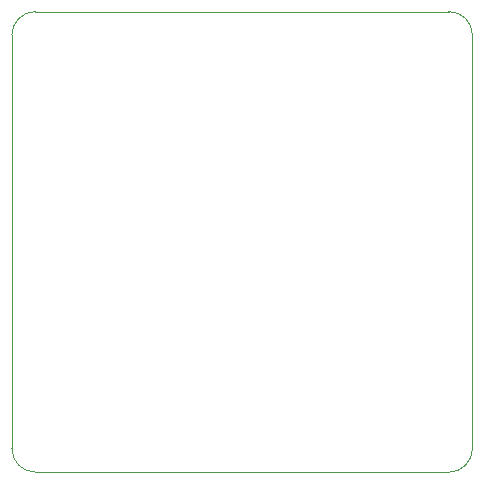
<source format=gm1>
%TF.GenerationSoftware,KiCad,Pcbnew,6.0.9-8da3e8f707~117~ubuntu22.04.1*%
%TF.CreationDate,2022-12-08T12:56:37-05:00*%
%TF.ProjectId,rotary_input_board,726f7461-7279-45f6-996e-7075745f626f,rev?*%
%TF.SameCoordinates,Original*%
%TF.FileFunction,Profile,NP*%
%FSLAX46Y46*%
G04 Gerber Fmt 4.6, Leading zero omitted, Abs format (unit mm)*
G04 Created by KiCad (PCBNEW 6.0.9-8da3e8f707~117~ubuntu22.04.1) date 2022-12-08 12:56:37*
%MOMM*%
%LPD*%
G01*
G04 APERTURE LIST*
%TA.AperFunction,Profile*%
%ADD10C,0.050000*%
%TD*%
G04 APERTURE END LIST*
D10*
X169500000Y-82500000D02*
G75*
G03*
X167500000Y-80500000I-2000000J0D01*
G01*
X130500000Y-117500000D02*
X130500000Y-82500000D01*
X132500000Y-80500000D02*
G75*
G03*
X130500000Y-82500000I0J-2000000D01*
G01*
X130500000Y-117500000D02*
G75*
G03*
X132500000Y-119500000I2000000J0D01*
G01*
X167500000Y-119500000D02*
G75*
G03*
X169500000Y-117500000I0J2000000D01*
G01*
X132500000Y-80500000D02*
X167500000Y-80500000D01*
X167500000Y-119500000D02*
X132500000Y-119500000D01*
X169500000Y-82500000D02*
X169500000Y-117500000D01*
M02*

</source>
